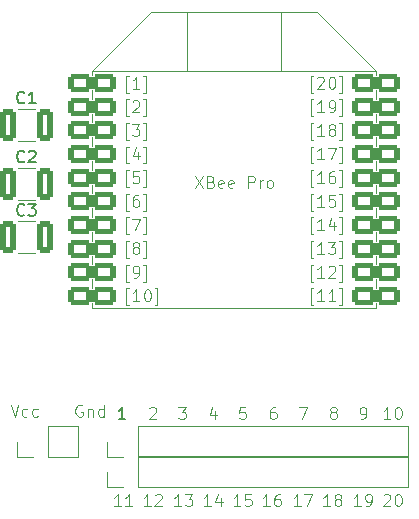
<source format=gto>
%TF.GenerationSoftware,KiCad,Pcbnew,9.0.0*%
%TF.CreationDate,2025-04-04T06:59:08-07:00*%
%TF.ProjectId,XBee Pro THT Mounting PCB,58426565-2050-4726-9f20-544854204d6f,rev?*%
%TF.SameCoordinates,Original*%
%TF.FileFunction,Legend,Top*%
%TF.FilePolarity,Positive*%
%FSLAX46Y46*%
G04 Gerber Fmt 4.6, Leading zero omitted, Abs format (unit mm)*
G04 Created by KiCad (PCBNEW 9.0.0) date 2025-04-04 06:59:08*
%MOMM*%
%LPD*%
G01*
G04 APERTURE LIST*
G04 Aperture macros list*
%AMRoundRect*
0 Rectangle with rounded corners*
0 $1 Rounding radius*
0 $2 $3 $4 $5 $6 $7 $8 $9 X,Y pos of 4 corners*
0 Add a 4 corners polygon primitive as box body*
4,1,4,$2,$3,$4,$5,$6,$7,$8,$9,$2,$3,0*
0 Add four circle primitives for the rounded corners*
1,1,$1+$1,$2,$3*
1,1,$1+$1,$4,$5*
1,1,$1+$1,$6,$7*
1,1,$1+$1,$8,$9*
0 Add four rect primitives between the rounded corners*
20,1,$1+$1,$2,$3,$4,$5,0*
20,1,$1+$1,$4,$5,$6,$7,0*
20,1,$1+$1,$6,$7,$8,$9,0*
20,1,$1+$1,$8,$9,$2,$3,0*%
G04 Aperture macros list end*
%ADD10C,0.100000*%
%ADD11C,0.150000*%
%ADD12C,0.120000*%
%ADD13C,6.000000*%
%ADD14RoundRect,0.250000X-0.412500X-1.100000X0.412500X-1.100000X0.412500X1.100000X-0.412500X1.100000X0*%
%ADD15R,1.700000X1.700000*%
%ADD16O,1.700000X1.700000*%
%ADD17RoundRect,0.225000X-0.775000X-0.525000X0.775000X-0.525000X0.775000X0.525000X-0.775000X0.525000X0*%
G04 APERTURE END LIST*
D10*
X132509523Y-97472419D02*
X131938095Y-97472419D01*
X132223809Y-97472419D02*
X132223809Y-96472419D01*
X132223809Y-96472419D02*
X132128571Y-96615276D01*
X132128571Y-96615276D02*
X132033333Y-96710514D01*
X132033333Y-96710514D02*
X131938095Y-96758133D01*
X133128571Y-96472419D02*
X133223809Y-96472419D01*
X133223809Y-96472419D02*
X133319047Y-96520038D01*
X133319047Y-96520038D02*
X133366666Y-96567657D01*
X133366666Y-96567657D02*
X133414285Y-96662895D01*
X133414285Y-96662895D02*
X133461904Y-96853371D01*
X133461904Y-96853371D02*
X133461904Y-97091466D01*
X133461904Y-97091466D02*
X133414285Y-97281942D01*
X133414285Y-97281942D02*
X133366666Y-97377180D01*
X133366666Y-97377180D02*
X133319047Y-97424800D01*
X133319047Y-97424800D02*
X133223809Y-97472419D01*
X133223809Y-97472419D02*
X133128571Y-97472419D01*
X133128571Y-97472419D02*
X133033333Y-97424800D01*
X133033333Y-97424800D02*
X132985714Y-97377180D01*
X132985714Y-97377180D02*
X132938095Y-97281942D01*
X132938095Y-97281942D02*
X132890476Y-97091466D01*
X132890476Y-97091466D02*
X132890476Y-96853371D01*
X132890476Y-96853371D02*
X132938095Y-96662895D01*
X132938095Y-96662895D02*
X132985714Y-96567657D01*
X132985714Y-96567657D02*
X133033333Y-96520038D01*
X133033333Y-96520038D02*
X133128571Y-96472419D01*
X112209523Y-104842419D02*
X111638095Y-104842419D01*
X111923809Y-104842419D02*
X111923809Y-103842419D01*
X111923809Y-103842419D02*
X111828571Y-103985276D01*
X111828571Y-103985276D02*
X111733333Y-104080514D01*
X111733333Y-104080514D02*
X111638095Y-104128133D01*
X112590476Y-103937657D02*
X112638095Y-103890038D01*
X112638095Y-103890038D02*
X112733333Y-103842419D01*
X112733333Y-103842419D02*
X112971428Y-103842419D01*
X112971428Y-103842419D02*
X113066666Y-103890038D01*
X113066666Y-103890038D02*
X113114285Y-103937657D01*
X113114285Y-103937657D02*
X113161904Y-104032895D01*
X113161904Y-104032895D02*
X113161904Y-104128133D01*
X113161904Y-104128133D02*
X113114285Y-104270990D01*
X113114285Y-104270990D02*
X112542857Y-104842419D01*
X112542857Y-104842419D02*
X113161904Y-104842419D01*
X100361027Y-96272419D02*
X100694360Y-97272419D01*
X100694360Y-97272419D02*
X101027693Y-96272419D01*
X101789598Y-97224800D02*
X101694360Y-97272419D01*
X101694360Y-97272419D02*
X101503884Y-97272419D01*
X101503884Y-97272419D02*
X101408646Y-97224800D01*
X101408646Y-97224800D02*
X101361027Y-97177180D01*
X101361027Y-97177180D02*
X101313408Y-97081942D01*
X101313408Y-97081942D02*
X101313408Y-96796228D01*
X101313408Y-96796228D02*
X101361027Y-96700990D01*
X101361027Y-96700990D02*
X101408646Y-96653371D01*
X101408646Y-96653371D02*
X101503884Y-96605752D01*
X101503884Y-96605752D02*
X101694360Y-96605752D01*
X101694360Y-96605752D02*
X101789598Y-96653371D01*
X102646741Y-97224800D02*
X102551503Y-97272419D01*
X102551503Y-97272419D02*
X102361027Y-97272419D01*
X102361027Y-97272419D02*
X102265789Y-97224800D01*
X102265789Y-97224800D02*
X102218170Y-97177180D01*
X102218170Y-97177180D02*
X102170551Y-97081942D01*
X102170551Y-97081942D02*
X102170551Y-96796228D01*
X102170551Y-96796228D02*
X102218170Y-96700990D01*
X102218170Y-96700990D02*
X102265789Y-96653371D01*
X102265789Y-96653371D02*
X102361027Y-96605752D01*
X102361027Y-96605752D02*
X102551503Y-96605752D01*
X102551503Y-96605752D02*
X102646741Y-96653371D01*
X122309523Y-104842419D02*
X121738095Y-104842419D01*
X122023809Y-104842419D02*
X122023809Y-103842419D01*
X122023809Y-103842419D02*
X121928571Y-103985276D01*
X121928571Y-103985276D02*
X121833333Y-104080514D01*
X121833333Y-104080514D02*
X121738095Y-104128133D01*
X123166666Y-103842419D02*
X122976190Y-103842419D01*
X122976190Y-103842419D02*
X122880952Y-103890038D01*
X122880952Y-103890038D02*
X122833333Y-103937657D01*
X122833333Y-103937657D02*
X122738095Y-104080514D01*
X122738095Y-104080514D02*
X122690476Y-104270990D01*
X122690476Y-104270990D02*
X122690476Y-104651942D01*
X122690476Y-104651942D02*
X122738095Y-104747180D01*
X122738095Y-104747180D02*
X122785714Y-104794800D01*
X122785714Y-104794800D02*
X122880952Y-104842419D01*
X122880952Y-104842419D02*
X123071428Y-104842419D01*
X123071428Y-104842419D02*
X123166666Y-104794800D01*
X123166666Y-104794800D02*
X123214285Y-104747180D01*
X123214285Y-104747180D02*
X123261904Y-104651942D01*
X123261904Y-104651942D02*
X123261904Y-104413847D01*
X123261904Y-104413847D02*
X123214285Y-104318609D01*
X123214285Y-104318609D02*
X123166666Y-104270990D01*
X123166666Y-104270990D02*
X123071428Y-104223371D01*
X123071428Y-104223371D02*
X122880952Y-104223371D01*
X122880952Y-104223371D02*
X122785714Y-104270990D01*
X122785714Y-104270990D02*
X122738095Y-104318609D01*
X122738095Y-104318609D02*
X122690476Y-104413847D01*
D11*
X110085714Y-97469819D02*
X109514286Y-97469819D01*
X109800000Y-97469819D02*
X109800000Y-96469819D01*
X109800000Y-96469819D02*
X109704762Y-96612676D01*
X109704762Y-96612676D02*
X109609524Y-96707914D01*
X109609524Y-96707914D02*
X109514286Y-96755533D01*
D10*
X117309523Y-104842419D02*
X116738095Y-104842419D01*
X117023809Y-104842419D02*
X117023809Y-103842419D01*
X117023809Y-103842419D02*
X116928571Y-103985276D01*
X116928571Y-103985276D02*
X116833333Y-104080514D01*
X116833333Y-104080514D02*
X116738095Y-104128133D01*
X118166666Y-104175752D02*
X118166666Y-104842419D01*
X117928571Y-103794800D02*
X117690476Y-104509085D01*
X117690476Y-104509085D02*
X118309523Y-104509085D01*
X119809523Y-104842419D02*
X119238095Y-104842419D01*
X119523809Y-104842419D02*
X119523809Y-103842419D01*
X119523809Y-103842419D02*
X119428571Y-103985276D01*
X119428571Y-103985276D02*
X119333333Y-104080514D01*
X119333333Y-104080514D02*
X119238095Y-104128133D01*
X120714285Y-103842419D02*
X120238095Y-103842419D01*
X120238095Y-103842419D02*
X120190476Y-104318609D01*
X120190476Y-104318609D02*
X120238095Y-104270990D01*
X120238095Y-104270990D02*
X120333333Y-104223371D01*
X120333333Y-104223371D02*
X120571428Y-104223371D01*
X120571428Y-104223371D02*
X120666666Y-104270990D01*
X120666666Y-104270990D02*
X120714285Y-104318609D01*
X120714285Y-104318609D02*
X120761904Y-104413847D01*
X120761904Y-104413847D02*
X120761904Y-104651942D01*
X120761904Y-104651942D02*
X120714285Y-104747180D01*
X120714285Y-104747180D02*
X120666666Y-104794800D01*
X120666666Y-104794800D02*
X120571428Y-104842419D01*
X120571428Y-104842419D02*
X120333333Y-104842419D01*
X120333333Y-104842419D02*
X120238095Y-104794800D01*
X120238095Y-104794800D02*
X120190476Y-104747180D01*
X124766667Y-96472419D02*
X125433333Y-96472419D01*
X125433333Y-96472419D02*
X125004762Y-97472419D01*
X122790476Y-96472419D02*
X122600000Y-96472419D01*
X122600000Y-96472419D02*
X122504762Y-96520038D01*
X122504762Y-96520038D02*
X122457143Y-96567657D01*
X122457143Y-96567657D02*
X122361905Y-96710514D01*
X122361905Y-96710514D02*
X122314286Y-96900990D01*
X122314286Y-96900990D02*
X122314286Y-97281942D01*
X122314286Y-97281942D02*
X122361905Y-97377180D01*
X122361905Y-97377180D02*
X122409524Y-97424800D01*
X122409524Y-97424800D02*
X122504762Y-97472419D01*
X122504762Y-97472419D02*
X122695238Y-97472419D01*
X122695238Y-97472419D02*
X122790476Y-97424800D01*
X122790476Y-97424800D02*
X122838095Y-97377180D01*
X122838095Y-97377180D02*
X122885714Y-97281942D01*
X122885714Y-97281942D02*
X122885714Y-97043847D01*
X122885714Y-97043847D02*
X122838095Y-96948609D01*
X122838095Y-96948609D02*
X122790476Y-96900990D01*
X122790476Y-96900990D02*
X122695238Y-96853371D01*
X122695238Y-96853371D02*
X122504762Y-96853371D01*
X122504762Y-96853371D02*
X122409524Y-96900990D01*
X122409524Y-96900990D02*
X122361905Y-96948609D01*
X122361905Y-96948609D02*
X122314286Y-97043847D01*
X127409523Y-104842419D02*
X126838095Y-104842419D01*
X127123809Y-104842419D02*
X127123809Y-103842419D01*
X127123809Y-103842419D02*
X127028571Y-103985276D01*
X127028571Y-103985276D02*
X126933333Y-104080514D01*
X126933333Y-104080514D02*
X126838095Y-104128133D01*
X127980952Y-104270990D02*
X127885714Y-104223371D01*
X127885714Y-104223371D02*
X127838095Y-104175752D01*
X127838095Y-104175752D02*
X127790476Y-104080514D01*
X127790476Y-104080514D02*
X127790476Y-104032895D01*
X127790476Y-104032895D02*
X127838095Y-103937657D01*
X127838095Y-103937657D02*
X127885714Y-103890038D01*
X127885714Y-103890038D02*
X127980952Y-103842419D01*
X127980952Y-103842419D02*
X128171428Y-103842419D01*
X128171428Y-103842419D02*
X128266666Y-103890038D01*
X128266666Y-103890038D02*
X128314285Y-103937657D01*
X128314285Y-103937657D02*
X128361904Y-104032895D01*
X128361904Y-104032895D02*
X128361904Y-104080514D01*
X128361904Y-104080514D02*
X128314285Y-104175752D01*
X128314285Y-104175752D02*
X128266666Y-104223371D01*
X128266666Y-104223371D02*
X128171428Y-104270990D01*
X128171428Y-104270990D02*
X127980952Y-104270990D01*
X127980952Y-104270990D02*
X127885714Y-104318609D01*
X127885714Y-104318609D02*
X127838095Y-104366228D01*
X127838095Y-104366228D02*
X127790476Y-104461466D01*
X127790476Y-104461466D02*
X127790476Y-104651942D01*
X127790476Y-104651942D02*
X127838095Y-104747180D01*
X127838095Y-104747180D02*
X127885714Y-104794800D01*
X127885714Y-104794800D02*
X127980952Y-104842419D01*
X127980952Y-104842419D02*
X128171428Y-104842419D01*
X128171428Y-104842419D02*
X128266666Y-104794800D01*
X128266666Y-104794800D02*
X128314285Y-104747180D01*
X128314285Y-104747180D02*
X128361904Y-104651942D01*
X128361904Y-104651942D02*
X128361904Y-104461466D01*
X128361904Y-104461466D02*
X128314285Y-104366228D01*
X128314285Y-104366228D02*
X128266666Y-104318609D01*
X128266666Y-104318609D02*
X128171428Y-104270990D01*
X114566667Y-96472419D02*
X115185714Y-96472419D01*
X115185714Y-96472419D02*
X114852381Y-96853371D01*
X114852381Y-96853371D02*
X114995238Y-96853371D01*
X114995238Y-96853371D02*
X115090476Y-96900990D01*
X115090476Y-96900990D02*
X115138095Y-96948609D01*
X115138095Y-96948609D02*
X115185714Y-97043847D01*
X115185714Y-97043847D02*
X115185714Y-97281942D01*
X115185714Y-97281942D02*
X115138095Y-97377180D01*
X115138095Y-97377180D02*
X115090476Y-97424800D01*
X115090476Y-97424800D02*
X114995238Y-97472419D01*
X114995238Y-97472419D02*
X114709524Y-97472419D01*
X114709524Y-97472419D02*
X114614286Y-97424800D01*
X114614286Y-97424800D02*
X114566667Y-97377180D01*
X117690476Y-96805752D02*
X117690476Y-97472419D01*
X117452381Y-96424800D02*
X117214286Y-97139085D01*
X117214286Y-97139085D02*
X117833333Y-97139085D01*
X106427693Y-96320038D02*
X106332455Y-96272419D01*
X106332455Y-96272419D02*
X106189598Y-96272419D01*
X106189598Y-96272419D02*
X106046741Y-96320038D01*
X106046741Y-96320038D02*
X105951503Y-96415276D01*
X105951503Y-96415276D02*
X105903884Y-96510514D01*
X105903884Y-96510514D02*
X105856265Y-96700990D01*
X105856265Y-96700990D02*
X105856265Y-96843847D01*
X105856265Y-96843847D02*
X105903884Y-97034323D01*
X105903884Y-97034323D02*
X105951503Y-97129561D01*
X105951503Y-97129561D02*
X106046741Y-97224800D01*
X106046741Y-97224800D02*
X106189598Y-97272419D01*
X106189598Y-97272419D02*
X106284836Y-97272419D01*
X106284836Y-97272419D02*
X106427693Y-97224800D01*
X106427693Y-97224800D02*
X106475312Y-97177180D01*
X106475312Y-97177180D02*
X106475312Y-96843847D01*
X106475312Y-96843847D02*
X106284836Y-96843847D01*
X106903884Y-96605752D02*
X106903884Y-97272419D01*
X106903884Y-96700990D02*
X106951503Y-96653371D01*
X106951503Y-96653371D02*
X107046741Y-96605752D01*
X107046741Y-96605752D02*
X107189598Y-96605752D01*
X107189598Y-96605752D02*
X107284836Y-96653371D01*
X107284836Y-96653371D02*
X107332455Y-96748609D01*
X107332455Y-96748609D02*
X107332455Y-97272419D01*
X108237217Y-97272419D02*
X108237217Y-96272419D01*
X108237217Y-97224800D02*
X108141979Y-97272419D01*
X108141979Y-97272419D02*
X107951503Y-97272419D01*
X107951503Y-97272419D02*
X107856265Y-97224800D01*
X107856265Y-97224800D02*
X107808646Y-97177180D01*
X107808646Y-97177180D02*
X107761027Y-97081942D01*
X107761027Y-97081942D02*
X107761027Y-96796228D01*
X107761027Y-96796228D02*
X107808646Y-96700990D01*
X107808646Y-96700990D02*
X107856265Y-96653371D01*
X107856265Y-96653371D02*
X107951503Y-96605752D01*
X107951503Y-96605752D02*
X108141979Y-96605752D01*
X108141979Y-96605752D02*
X108237217Y-96653371D01*
X114809523Y-104842419D02*
X114238095Y-104842419D01*
X114523809Y-104842419D02*
X114523809Y-103842419D01*
X114523809Y-103842419D02*
X114428571Y-103985276D01*
X114428571Y-103985276D02*
X114333333Y-104080514D01*
X114333333Y-104080514D02*
X114238095Y-104128133D01*
X115142857Y-103842419D02*
X115761904Y-103842419D01*
X115761904Y-103842419D02*
X115428571Y-104223371D01*
X115428571Y-104223371D02*
X115571428Y-104223371D01*
X115571428Y-104223371D02*
X115666666Y-104270990D01*
X115666666Y-104270990D02*
X115714285Y-104318609D01*
X115714285Y-104318609D02*
X115761904Y-104413847D01*
X115761904Y-104413847D02*
X115761904Y-104651942D01*
X115761904Y-104651942D02*
X115714285Y-104747180D01*
X115714285Y-104747180D02*
X115666666Y-104794800D01*
X115666666Y-104794800D02*
X115571428Y-104842419D01*
X115571428Y-104842419D02*
X115285714Y-104842419D01*
X115285714Y-104842419D02*
X115190476Y-104794800D01*
X115190476Y-104794800D02*
X115142857Y-104747180D01*
X130009523Y-104842419D02*
X129438095Y-104842419D01*
X129723809Y-104842419D02*
X129723809Y-103842419D01*
X129723809Y-103842419D02*
X129628571Y-103985276D01*
X129628571Y-103985276D02*
X129533333Y-104080514D01*
X129533333Y-104080514D02*
X129438095Y-104128133D01*
X130485714Y-104842419D02*
X130676190Y-104842419D01*
X130676190Y-104842419D02*
X130771428Y-104794800D01*
X130771428Y-104794800D02*
X130819047Y-104747180D01*
X130819047Y-104747180D02*
X130914285Y-104604323D01*
X130914285Y-104604323D02*
X130961904Y-104413847D01*
X130961904Y-104413847D02*
X130961904Y-104032895D01*
X130961904Y-104032895D02*
X130914285Y-103937657D01*
X130914285Y-103937657D02*
X130866666Y-103890038D01*
X130866666Y-103890038D02*
X130771428Y-103842419D01*
X130771428Y-103842419D02*
X130580952Y-103842419D01*
X130580952Y-103842419D02*
X130485714Y-103890038D01*
X130485714Y-103890038D02*
X130438095Y-103937657D01*
X130438095Y-103937657D02*
X130390476Y-104032895D01*
X130390476Y-104032895D02*
X130390476Y-104270990D01*
X130390476Y-104270990D02*
X130438095Y-104366228D01*
X130438095Y-104366228D02*
X130485714Y-104413847D01*
X130485714Y-104413847D02*
X130580952Y-104461466D01*
X130580952Y-104461466D02*
X130771428Y-104461466D01*
X130771428Y-104461466D02*
X130866666Y-104413847D01*
X130866666Y-104413847D02*
X130914285Y-104366228D01*
X130914285Y-104366228D02*
X130961904Y-104270990D01*
X127604762Y-96900990D02*
X127509524Y-96853371D01*
X127509524Y-96853371D02*
X127461905Y-96805752D01*
X127461905Y-96805752D02*
X127414286Y-96710514D01*
X127414286Y-96710514D02*
X127414286Y-96662895D01*
X127414286Y-96662895D02*
X127461905Y-96567657D01*
X127461905Y-96567657D02*
X127509524Y-96520038D01*
X127509524Y-96520038D02*
X127604762Y-96472419D01*
X127604762Y-96472419D02*
X127795238Y-96472419D01*
X127795238Y-96472419D02*
X127890476Y-96520038D01*
X127890476Y-96520038D02*
X127938095Y-96567657D01*
X127938095Y-96567657D02*
X127985714Y-96662895D01*
X127985714Y-96662895D02*
X127985714Y-96710514D01*
X127985714Y-96710514D02*
X127938095Y-96805752D01*
X127938095Y-96805752D02*
X127890476Y-96853371D01*
X127890476Y-96853371D02*
X127795238Y-96900990D01*
X127795238Y-96900990D02*
X127604762Y-96900990D01*
X127604762Y-96900990D02*
X127509524Y-96948609D01*
X127509524Y-96948609D02*
X127461905Y-96996228D01*
X127461905Y-96996228D02*
X127414286Y-97091466D01*
X127414286Y-97091466D02*
X127414286Y-97281942D01*
X127414286Y-97281942D02*
X127461905Y-97377180D01*
X127461905Y-97377180D02*
X127509524Y-97424800D01*
X127509524Y-97424800D02*
X127604762Y-97472419D01*
X127604762Y-97472419D02*
X127795238Y-97472419D01*
X127795238Y-97472419D02*
X127890476Y-97424800D01*
X127890476Y-97424800D02*
X127938095Y-97377180D01*
X127938095Y-97377180D02*
X127985714Y-97281942D01*
X127985714Y-97281942D02*
X127985714Y-97091466D01*
X127985714Y-97091466D02*
X127938095Y-96996228D01*
X127938095Y-96996228D02*
X127890476Y-96948609D01*
X127890476Y-96948609D02*
X127795238Y-96900990D01*
X131938095Y-103937657D02*
X131985714Y-103890038D01*
X131985714Y-103890038D02*
X132080952Y-103842419D01*
X132080952Y-103842419D02*
X132319047Y-103842419D01*
X132319047Y-103842419D02*
X132414285Y-103890038D01*
X132414285Y-103890038D02*
X132461904Y-103937657D01*
X132461904Y-103937657D02*
X132509523Y-104032895D01*
X132509523Y-104032895D02*
X132509523Y-104128133D01*
X132509523Y-104128133D02*
X132461904Y-104270990D01*
X132461904Y-104270990D02*
X131890476Y-104842419D01*
X131890476Y-104842419D02*
X132509523Y-104842419D01*
X133128571Y-103842419D02*
X133223809Y-103842419D01*
X133223809Y-103842419D02*
X133319047Y-103890038D01*
X133319047Y-103890038D02*
X133366666Y-103937657D01*
X133366666Y-103937657D02*
X133414285Y-104032895D01*
X133414285Y-104032895D02*
X133461904Y-104223371D01*
X133461904Y-104223371D02*
X133461904Y-104461466D01*
X133461904Y-104461466D02*
X133414285Y-104651942D01*
X133414285Y-104651942D02*
X133366666Y-104747180D01*
X133366666Y-104747180D02*
X133319047Y-104794800D01*
X133319047Y-104794800D02*
X133223809Y-104842419D01*
X133223809Y-104842419D02*
X133128571Y-104842419D01*
X133128571Y-104842419D02*
X133033333Y-104794800D01*
X133033333Y-104794800D02*
X132985714Y-104747180D01*
X132985714Y-104747180D02*
X132938095Y-104651942D01*
X132938095Y-104651942D02*
X132890476Y-104461466D01*
X132890476Y-104461466D02*
X132890476Y-104223371D01*
X132890476Y-104223371D02*
X132938095Y-104032895D01*
X132938095Y-104032895D02*
X132985714Y-103937657D01*
X132985714Y-103937657D02*
X133033333Y-103890038D01*
X133033333Y-103890038D02*
X133128571Y-103842419D01*
X112114286Y-96567657D02*
X112161905Y-96520038D01*
X112161905Y-96520038D02*
X112257143Y-96472419D01*
X112257143Y-96472419D02*
X112495238Y-96472419D01*
X112495238Y-96472419D02*
X112590476Y-96520038D01*
X112590476Y-96520038D02*
X112638095Y-96567657D01*
X112638095Y-96567657D02*
X112685714Y-96662895D01*
X112685714Y-96662895D02*
X112685714Y-96758133D01*
X112685714Y-96758133D02*
X112638095Y-96900990D01*
X112638095Y-96900990D02*
X112066667Y-97472419D01*
X112066667Y-97472419D02*
X112685714Y-97472419D01*
X124909523Y-104842419D02*
X124338095Y-104842419D01*
X124623809Y-104842419D02*
X124623809Y-103842419D01*
X124623809Y-103842419D02*
X124528571Y-103985276D01*
X124528571Y-103985276D02*
X124433333Y-104080514D01*
X124433333Y-104080514D02*
X124338095Y-104128133D01*
X125242857Y-103842419D02*
X125909523Y-103842419D01*
X125909523Y-103842419D02*
X125480952Y-104842419D01*
X120238095Y-96472419D02*
X119761905Y-96472419D01*
X119761905Y-96472419D02*
X119714286Y-96948609D01*
X119714286Y-96948609D02*
X119761905Y-96900990D01*
X119761905Y-96900990D02*
X119857143Y-96853371D01*
X119857143Y-96853371D02*
X120095238Y-96853371D01*
X120095238Y-96853371D02*
X120190476Y-96900990D01*
X120190476Y-96900990D02*
X120238095Y-96948609D01*
X120238095Y-96948609D02*
X120285714Y-97043847D01*
X120285714Y-97043847D02*
X120285714Y-97281942D01*
X120285714Y-97281942D02*
X120238095Y-97377180D01*
X120238095Y-97377180D02*
X120190476Y-97424800D01*
X120190476Y-97424800D02*
X120095238Y-97472419D01*
X120095238Y-97472419D02*
X119857143Y-97472419D01*
X119857143Y-97472419D02*
X119761905Y-97424800D01*
X119761905Y-97424800D02*
X119714286Y-97377180D01*
X109709523Y-104842419D02*
X109138095Y-104842419D01*
X109423809Y-104842419D02*
X109423809Y-103842419D01*
X109423809Y-103842419D02*
X109328571Y-103985276D01*
X109328571Y-103985276D02*
X109233333Y-104080514D01*
X109233333Y-104080514D02*
X109138095Y-104128133D01*
X110661904Y-104842419D02*
X110090476Y-104842419D01*
X110376190Y-104842419D02*
X110376190Y-103842419D01*
X110376190Y-103842419D02*
X110280952Y-103985276D01*
X110280952Y-103985276D02*
X110185714Y-104080514D01*
X110185714Y-104080514D02*
X110090476Y-104128133D01*
X130009524Y-97472419D02*
X130200000Y-97472419D01*
X130200000Y-97472419D02*
X130295238Y-97424800D01*
X130295238Y-97424800D02*
X130342857Y-97377180D01*
X130342857Y-97377180D02*
X130438095Y-97234323D01*
X130438095Y-97234323D02*
X130485714Y-97043847D01*
X130485714Y-97043847D02*
X130485714Y-96662895D01*
X130485714Y-96662895D02*
X130438095Y-96567657D01*
X130438095Y-96567657D02*
X130390476Y-96520038D01*
X130390476Y-96520038D02*
X130295238Y-96472419D01*
X130295238Y-96472419D02*
X130104762Y-96472419D01*
X130104762Y-96472419D02*
X130009524Y-96520038D01*
X130009524Y-96520038D02*
X129961905Y-96567657D01*
X129961905Y-96567657D02*
X129914286Y-96662895D01*
X129914286Y-96662895D02*
X129914286Y-96900990D01*
X129914286Y-96900990D02*
X129961905Y-96996228D01*
X129961905Y-96996228D02*
X130009524Y-97043847D01*
X130009524Y-97043847D02*
X130104762Y-97091466D01*
X130104762Y-97091466D02*
X130295238Y-97091466D01*
X130295238Y-97091466D02*
X130390476Y-97043847D01*
X130390476Y-97043847D02*
X130438095Y-96996228D01*
X130438095Y-96996228D02*
X130485714Y-96900990D01*
D11*
X101533333Y-70659580D02*
X101485714Y-70707200D01*
X101485714Y-70707200D02*
X101342857Y-70754819D01*
X101342857Y-70754819D02*
X101247619Y-70754819D01*
X101247619Y-70754819D02*
X101104762Y-70707200D01*
X101104762Y-70707200D02*
X101009524Y-70611961D01*
X101009524Y-70611961D02*
X100961905Y-70516723D01*
X100961905Y-70516723D02*
X100914286Y-70326247D01*
X100914286Y-70326247D02*
X100914286Y-70183390D01*
X100914286Y-70183390D02*
X100961905Y-69992914D01*
X100961905Y-69992914D02*
X101009524Y-69897676D01*
X101009524Y-69897676D02*
X101104762Y-69802438D01*
X101104762Y-69802438D02*
X101247619Y-69754819D01*
X101247619Y-69754819D02*
X101342857Y-69754819D01*
X101342857Y-69754819D02*
X101485714Y-69802438D01*
X101485714Y-69802438D02*
X101533333Y-69850057D01*
X102485714Y-70754819D02*
X101914286Y-70754819D01*
X102200000Y-70754819D02*
X102200000Y-69754819D01*
X102200000Y-69754819D02*
X102104762Y-69897676D01*
X102104762Y-69897676D02*
X102009524Y-69992914D01*
X102009524Y-69992914D02*
X101914286Y-70040533D01*
X101533333Y-75659580D02*
X101485714Y-75707200D01*
X101485714Y-75707200D02*
X101342857Y-75754819D01*
X101342857Y-75754819D02*
X101247619Y-75754819D01*
X101247619Y-75754819D02*
X101104762Y-75707200D01*
X101104762Y-75707200D02*
X101009524Y-75611961D01*
X101009524Y-75611961D02*
X100961905Y-75516723D01*
X100961905Y-75516723D02*
X100914286Y-75326247D01*
X100914286Y-75326247D02*
X100914286Y-75183390D01*
X100914286Y-75183390D02*
X100961905Y-74992914D01*
X100961905Y-74992914D02*
X101009524Y-74897676D01*
X101009524Y-74897676D02*
X101104762Y-74802438D01*
X101104762Y-74802438D02*
X101247619Y-74754819D01*
X101247619Y-74754819D02*
X101342857Y-74754819D01*
X101342857Y-74754819D02*
X101485714Y-74802438D01*
X101485714Y-74802438D02*
X101533333Y-74850057D01*
X101914286Y-74850057D02*
X101961905Y-74802438D01*
X101961905Y-74802438D02*
X102057143Y-74754819D01*
X102057143Y-74754819D02*
X102295238Y-74754819D01*
X102295238Y-74754819D02*
X102390476Y-74802438D01*
X102390476Y-74802438D02*
X102438095Y-74850057D01*
X102438095Y-74850057D02*
X102485714Y-74945295D01*
X102485714Y-74945295D02*
X102485714Y-75040533D01*
X102485714Y-75040533D02*
X102438095Y-75183390D01*
X102438095Y-75183390D02*
X101866667Y-75754819D01*
X101866667Y-75754819D02*
X102485714Y-75754819D01*
D10*
X125997424Y-85835752D02*
X125759329Y-85835752D01*
X125759329Y-85835752D02*
X125759329Y-84407180D01*
X125759329Y-84407180D02*
X125997424Y-84407180D01*
X126902186Y-85502419D02*
X126330758Y-85502419D01*
X126616472Y-85502419D02*
X126616472Y-84502419D01*
X126616472Y-84502419D02*
X126521234Y-84645276D01*
X126521234Y-84645276D02*
X126425996Y-84740514D01*
X126425996Y-84740514D02*
X126330758Y-84788133D01*
X127283139Y-84597657D02*
X127330758Y-84550038D01*
X127330758Y-84550038D02*
X127425996Y-84502419D01*
X127425996Y-84502419D02*
X127664091Y-84502419D01*
X127664091Y-84502419D02*
X127759329Y-84550038D01*
X127759329Y-84550038D02*
X127806948Y-84597657D01*
X127806948Y-84597657D02*
X127854567Y-84692895D01*
X127854567Y-84692895D02*
X127854567Y-84788133D01*
X127854567Y-84788133D02*
X127806948Y-84930990D01*
X127806948Y-84930990D02*
X127235520Y-85502419D01*
X127235520Y-85502419D02*
X127854567Y-85502419D01*
X128187901Y-85835752D02*
X128425996Y-85835752D01*
X128425996Y-85835752D02*
X128425996Y-84407180D01*
X128425996Y-84407180D02*
X128187901Y-84407180D01*
X110367098Y-83835752D02*
X110129003Y-83835752D01*
X110129003Y-83835752D02*
X110129003Y-82407180D01*
X110129003Y-82407180D02*
X110367098Y-82407180D01*
X110890908Y-82930990D02*
X110795670Y-82883371D01*
X110795670Y-82883371D02*
X110748051Y-82835752D01*
X110748051Y-82835752D02*
X110700432Y-82740514D01*
X110700432Y-82740514D02*
X110700432Y-82692895D01*
X110700432Y-82692895D02*
X110748051Y-82597657D01*
X110748051Y-82597657D02*
X110795670Y-82550038D01*
X110795670Y-82550038D02*
X110890908Y-82502419D01*
X110890908Y-82502419D02*
X111081384Y-82502419D01*
X111081384Y-82502419D02*
X111176622Y-82550038D01*
X111176622Y-82550038D02*
X111224241Y-82597657D01*
X111224241Y-82597657D02*
X111271860Y-82692895D01*
X111271860Y-82692895D02*
X111271860Y-82740514D01*
X111271860Y-82740514D02*
X111224241Y-82835752D01*
X111224241Y-82835752D02*
X111176622Y-82883371D01*
X111176622Y-82883371D02*
X111081384Y-82930990D01*
X111081384Y-82930990D02*
X110890908Y-82930990D01*
X110890908Y-82930990D02*
X110795670Y-82978609D01*
X110795670Y-82978609D02*
X110748051Y-83026228D01*
X110748051Y-83026228D02*
X110700432Y-83121466D01*
X110700432Y-83121466D02*
X110700432Y-83311942D01*
X110700432Y-83311942D02*
X110748051Y-83407180D01*
X110748051Y-83407180D02*
X110795670Y-83454800D01*
X110795670Y-83454800D02*
X110890908Y-83502419D01*
X110890908Y-83502419D02*
X111081384Y-83502419D01*
X111081384Y-83502419D02*
X111176622Y-83454800D01*
X111176622Y-83454800D02*
X111224241Y-83407180D01*
X111224241Y-83407180D02*
X111271860Y-83311942D01*
X111271860Y-83311942D02*
X111271860Y-83121466D01*
X111271860Y-83121466D02*
X111224241Y-83026228D01*
X111224241Y-83026228D02*
X111176622Y-82978609D01*
X111176622Y-82978609D02*
X111081384Y-82930990D01*
X111605194Y-83835752D02*
X111843289Y-83835752D01*
X111843289Y-83835752D02*
X111843289Y-82407180D01*
X111843289Y-82407180D02*
X111605194Y-82407180D01*
X110367098Y-79835752D02*
X110129003Y-79835752D01*
X110129003Y-79835752D02*
X110129003Y-78407180D01*
X110129003Y-78407180D02*
X110367098Y-78407180D01*
X111176622Y-78502419D02*
X110986146Y-78502419D01*
X110986146Y-78502419D02*
X110890908Y-78550038D01*
X110890908Y-78550038D02*
X110843289Y-78597657D01*
X110843289Y-78597657D02*
X110748051Y-78740514D01*
X110748051Y-78740514D02*
X110700432Y-78930990D01*
X110700432Y-78930990D02*
X110700432Y-79311942D01*
X110700432Y-79311942D02*
X110748051Y-79407180D01*
X110748051Y-79407180D02*
X110795670Y-79454800D01*
X110795670Y-79454800D02*
X110890908Y-79502419D01*
X110890908Y-79502419D02*
X111081384Y-79502419D01*
X111081384Y-79502419D02*
X111176622Y-79454800D01*
X111176622Y-79454800D02*
X111224241Y-79407180D01*
X111224241Y-79407180D02*
X111271860Y-79311942D01*
X111271860Y-79311942D02*
X111271860Y-79073847D01*
X111271860Y-79073847D02*
X111224241Y-78978609D01*
X111224241Y-78978609D02*
X111176622Y-78930990D01*
X111176622Y-78930990D02*
X111081384Y-78883371D01*
X111081384Y-78883371D02*
X110890908Y-78883371D01*
X110890908Y-78883371D02*
X110795670Y-78930990D01*
X110795670Y-78930990D02*
X110748051Y-78978609D01*
X110748051Y-78978609D02*
X110700432Y-79073847D01*
X111605194Y-79835752D02*
X111843289Y-79835752D01*
X111843289Y-79835752D02*
X111843289Y-78407180D01*
X111843289Y-78407180D02*
X111605194Y-78407180D01*
X125997424Y-87835752D02*
X125759329Y-87835752D01*
X125759329Y-87835752D02*
X125759329Y-86407180D01*
X125759329Y-86407180D02*
X125997424Y-86407180D01*
X126902186Y-87502419D02*
X126330758Y-87502419D01*
X126616472Y-87502419D02*
X126616472Y-86502419D01*
X126616472Y-86502419D02*
X126521234Y-86645276D01*
X126521234Y-86645276D02*
X126425996Y-86740514D01*
X126425996Y-86740514D02*
X126330758Y-86788133D01*
X127854567Y-87502419D02*
X127283139Y-87502419D01*
X127568853Y-87502419D02*
X127568853Y-86502419D01*
X127568853Y-86502419D02*
X127473615Y-86645276D01*
X127473615Y-86645276D02*
X127378377Y-86740514D01*
X127378377Y-86740514D02*
X127283139Y-86788133D01*
X128187901Y-87835752D02*
X128425996Y-87835752D01*
X128425996Y-87835752D02*
X128425996Y-86407180D01*
X128425996Y-86407180D02*
X128187901Y-86407180D01*
X110367098Y-73835752D02*
X110129003Y-73835752D01*
X110129003Y-73835752D02*
X110129003Y-72407180D01*
X110129003Y-72407180D02*
X110367098Y-72407180D01*
X110652813Y-72502419D02*
X111271860Y-72502419D01*
X111271860Y-72502419D02*
X110938527Y-72883371D01*
X110938527Y-72883371D02*
X111081384Y-72883371D01*
X111081384Y-72883371D02*
X111176622Y-72930990D01*
X111176622Y-72930990D02*
X111224241Y-72978609D01*
X111224241Y-72978609D02*
X111271860Y-73073847D01*
X111271860Y-73073847D02*
X111271860Y-73311942D01*
X111271860Y-73311942D02*
X111224241Y-73407180D01*
X111224241Y-73407180D02*
X111176622Y-73454800D01*
X111176622Y-73454800D02*
X111081384Y-73502419D01*
X111081384Y-73502419D02*
X110795670Y-73502419D01*
X110795670Y-73502419D02*
X110700432Y-73454800D01*
X110700432Y-73454800D02*
X110652813Y-73407180D01*
X111605194Y-73835752D02*
X111843289Y-73835752D01*
X111843289Y-73835752D02*
X111843289Y-72407180D01*
X111843289Y-72407180D02*
X111605194Y-72407180D01*
X110367098Y-85835752D02*
X110129003Y-85835752D01*
X110129003Y-85835752D02*
X110129003Y-84407180D01*
X110129003Y-84407180D02*
X110367098Y-84407180D01*
X110795670Y-85502419D02*
X110986146Y-85502419D01*
X110986146Y-85502419D02*
X111081384Y-85454800D01*
X111081384Y-85454800D02*
X111129003Y-85407180D01*
X111129003Y-85407180D02*
X111224241Y-85264323D01*
X111224241Y-85264323D02*
X111271860Y-85073847D01*
X111271860Y-85073847D02*
X111271860Y-84692895D01*
X111271860Y-84692895D02*
X111224241Y-84597657D01*
X111224241Y-84597657D02*
X111176622Y-84550038D01*
X111176622Y-84550038D02*
X111081384Y-84502419D01*
X111081384Y-84502419D02*
X110890908Y-84502419D01*
X110890908Y-84502419D02*
X110795670Y-84550038D01*
X110795670Y-84550038D02*
X110748051Y-84597657D01*
X110748051Y-84597657D02*
X110700432Y-84692895D01*
X110700432Y-84692895D02*
X110700432Y-84930990D01*
X110700432Y-84930990D02*
X110748051Y-85026228D01*
X110748051Y-85026228D02*
X110795670Y-85073847D01*
X110795670Y-85073847D02*
X110890908Y-85121466D01*
X110890908Y-85121466D02*
X111081384Y-85121466D01*
X111081384Y-85121466D02*
X111176622Y-85073847D01*
X111176622Y-85073847D02*
X111224241Y-85026228D01*
X111224241Y-85026228D02*
X111271860Y-84930990D01*
X111605194Y-85835752D02*
X111843289Y-85835752D01*
X111843289Y-85835752D02*
X111843289Y-84407180D01*
X111843289Y-84407180D02*
X111605194Y-84407180D01*
X125997424Y-81835752D02*
X125759329Y-81835752D01*
X125759329Y-81835752D02*
X125759329Y-80407180D01*
X125759329Y-80407180D02*
X125997424Y-80407180D01*
X126902186Y-81502419D02*
X126330758Y-81502419D01*
X126616472Y-81502419D02*
X126616472Y-80502419D01*
X126616472Y-80502419D02*
X126521234Y-80645276D01*
X126521234Y-80645276D02*
X126425996Y-80740514D01*
X126425996Y-80740514D02*
X126330758Y-80788133D01*
X127759329Y-80835752D02*
X127759329Y-81502419D01*
X127521234Y-80454800D02*
X127283139Y-81169085D01*
X127283139Y-81169085D02*
X127902186Y-81169085D01*
X128187901Y-81835752D02*
X128425996Y-81835752D01*
X128425996Y-81835752D02*
X128425996Y-80407180D01*
X128425996Y-80407180D02*
X128187901Y-80407180D01*
X110367098Y-87835752D02*
X110129003Y-87835752D01*
X110129003Y-87835752D02*
X110129003Y-86407180D01*
X110129003Y-86407180D02*
X110367098Y-86407180D01*
X111271860Y-87502419D02*
X110700432Y-87502419D01*
X110986146Y-87502419D02*
X110986146Y-86502419D01*
X110986146Y-86502419D02*
X110890908Y-86645276D01*
X110890908Y-86645276D02*
X110795670Y-86740514D01*
X110795670Y-86740514D02*
X110700432Y-86788133D01*
X111890908Y-86502419D02*
X111986146Y-86502419D01*
X111986146Y-86502419D02*
X112081384Y-86550038D01*
X112081384Y-86550038D02*
X112129003Y-86597657D01*
X112129003Y-86597657D02*
X112176622Y-86692895D01*
X112176622Y-86692895D02*
X112224241Y-86883371D01*
X112224241Y-86883371D02*
X112224241Y-87121466D01*
X112224241Y-87121466D02*
X112176622Y-87311942D01*
X112176622Y-87311942D02*
X112129003Y-87407180D01*
X112129003Y-87407180D02*
X112081384Y-87454800D01*
X112081384Y-87454800D02*
X111986146Y-87502419D01*
X111986146Y-87502419D02*
X111890908Y-87502419D01*
X111890908Y-87502419D02*
X111795670Y-87454800D01*
X111795670Y-87454800D02*
X111748051Y-87407180D01*
X111748051Y-87407180D02*
X111700432Y-87311942D01*
X111700432Y-87311942D02*
X111652813Y-87121466D01*
X111652813Y-87121466D02*
X111652813Y-86883371D01*
X111652813Y-86883371D02*
X111700432Y-86692895D01*
X111700432Y-86692895D02*
X111748051Y-86597657D01*
X111748051Y-86597657D02*
X111795670Y-86550038D01*
X111795670Y-86550038D02*
X111890908Y-86502419D01*
X112557575Y-87835752D02*
X112795670Y-87835752D01*
X112795670Y-87835752D02*
X112795670Y-86407180D01*
X112795670Y-86407180D02*
X112557575Y-86407180D01*
X110367098Y-69835752D02*
X110129003Y-69835752D01*
X110129003Y-69835752D02*
X110129003Y-68407180D01*
X110129003Y-68407180D02*
X110367098Y-68407180D01*
X111271860Y-69502419D02*
X110700432Y-69502419D01*
X110986146Y-69502419D02*
X110986146Y-68502419D01*
X110986146Y-68502419D02*
X110890908Y-68645276D01*
X110890908Y-68645276D02*
X110795670Y-68740514D01*
X110795670Y-68740514D02*
X110700432Y-68788133D01*
X111605194Y-69835752D02*
X111843289Y-69835752D01*
X111843289Y-69835752D02*
X111843289Y-68407180D01*
X111843289Y-68407180D02*
X111605194Y-68407180D01*
X125997424Y-73835752D02*
X125759329Y-73835752D01*
X125759329Y-73835752D02*
X125759329Y-72407180D01*
X125759329Y-72407180D02*
X125997424Y-72407180D01*
X126902186Y-73502419D02*
X126330758Y-73502419D01*
X126616472Y-73502419D02*
X126616472Y-72502419D01*
X126616472Y-72502419D02*
X126521234Y-72645276D01*
X126521234Y-72645276D02*
X126425996Y-72740514D01*
X126425996Y-72740514D02*
X126330758Y-72788133D01*
X127473615Y-72930990D02*
X127378377Y-72883371D01*
X127378377Y-72883371D02*
X127330758Y-72835752D01*
X127330758Y-72835752D02*
X127283139Y-72740514D01*
X127283139Y-72740514D02*
X127283139Y-72692895D01*
X127283139Y-72692895D02*
X127330758Y-72597657D01*
X127330758Y-72597657D02*
X127378377Y-72550038D01*
X127378377Y-72550038D02*
X127473615Y-72502419D01*
X127473615Y-72502419D02*
X127664091Y-72502419D01*
X127664091Y-72502419D02*
X127759329Y-72550038D01*
X127759329Y-72550038D02*
X127806948Y-72597657D01*
X127806948Y-72597657D02*
X127854567Y-72692895D01*
X127854567Y-72692895D02*
X127854567Y-72740514D01*
X127854567Y-72740514D02*
X127806948Y-72835752D01*
X127806948Y-72835752D02*
X127759329Y-72883371D01*
X127759329Y-72883371D02*
X127664091Y-72930990D01*
X127664091Y-72930990D02*
X127473615Y-72930990D01*
X127473615Y-72930990D02*
X127378377Y-72978609D01*
X127378377Y-72978609D02*
X127330758Y-73026228D01*
X127330758Y-73026228D02*
X127283139Y-73121466D01*
X127283139Y-73121466D02*
X127283139Y-73311942D01*
X127283139Y-73311942D02*
X127330758Y-73407180D01*
X127330758Y-73407180D02*
X127378377Y-73454800D01*
X127378377Y-73454800D02*
X127473615Y-73502419D01*
X127473615Y-73502419D02*
X127664091Y-73502419D01*
X127664091Y-73502419D02*
X127759329Y-73454800D01*
X127759329Y-73454800D02*
X127806948Y-73407180D01*
X127806948Y-73407180D02*
X127854567Y-73311942D01*
X127854567Y-73311942D02*
X127854567Y-73121466D01*
X127854567Y-73121466D02*
X127806948Y-73026228D01*
X127806948Y-73026228D02*
X127759329Y-72978609D01*
X127759329Y-72978609D02*
X127664091Y-72930990D01*
X128187901Y-73835752D02*
X128425996Y-73835752D01*
X128425996Y-73835752D02*
X128425996Y-72407180D01*
X128425996Y-72407180D02*
X128187901Y-72407180D01*
X125997424Y-75835752D02*
X125759329Y-75835752D01*
X125759329Y-75835752D02*
X125759329Y-74407180D01*
X125759329Y-74407180D02*
X125997424Y-74407180D01*
X126902186Y-75502419D02*
X126330758Y-75502419D01*
X126616472Y-75502419D02*
X126616472Y-74502419D01*
X126616472Y-74502419D02*
X126521234Y-74645276D01*
X126521234Y-74645276D02*
X126425996Y-74740514D01*
X126425996Y-74740514D02*
X126330758Y-74788133D01*
X127235520Y-74502419D02*
X127902186Y-74502419D01*
X127902186Y-74502419D02*
X127473615Y-75502419D01*
X128187901Y-75835752D02*
X128425996Y-75835752D01*
X128425996Y-75835752D02*
X128425996Y-74407180D01*
X128425996Y-74407180D02*
X128187901Y-74407180D01*
X110367098Y-75835752D02*
X110129003Y-75835752D01*
X110129003Y-75835752D02*
X110129003Y-74407180D01*
X110129003Y-74407180D02*
X110367098Y-74407180D01*
X111176622Y-74835752D02*
X111176622Y-75502419D01*
X110938527Y-74454800D02*
X110700432Y-75169085D01*
X110700432Y-75169085D02*
X111319479Y-75169085D01*
X111605194Y-75835752D02*
X111843289Y-75835752D01*
X111843289Y-75835752D02*
X111843289Y-74407180D01*
X111843289Y-74407180D02*
X111605194Y-74407180D01*
X110367098Y-71835752D02*
X110129003Y-71835752D01*
X110129003Y-71835752D02*
X110129003Y-70407180D01*
X110129003Y-70407180D02*
X110367098Y-70407180D01*
X110700432Y-70597657D02*
X110748051Y-70550038D01*
X110748051Y-70550038D02*
X110843289Y-70502419D01*
X110843289Y-70502419D02*
X111081384Y-70502419D01*
X111081384Y-70502419D02*
X111176622Y-70550038D01*
X111176622Y-70550038D02*
X111224241Y-70597657D01*
X111224241Y-70597657D02*
X111271860Y-70692895D01*
X111271860Y-70692895D02*
X111271860Y-70788133D01*
X111271860Y-70788133D02*
X111224241Y-70930990D01*
X111224241Y-70930990D02*
X110652813Y-71502419D01*
X110652813Y-71502419D02*
X111271860Y-71502419D01*
X111605194Y-71835752D02*
X111843289Y-71835752D01*
X111843289Y-71835752D02*
X111843289Y-70407180D01*
X111843289Y-70407180D02*
X111605194Y-70407180D01*
X125997424Y-83835752D02*
X125759329Y-83835752D01*
X125759329Y-83835752D02*
X125759329Y-82407180D01*
X125759329Y-82407180D02*
X125997424Y-82407180D01*
X126902186Y-83502419D02*
X126330758Y-83502419D01*
X126616472Y-83502419D02*
X126616472Y-82502419D01*
X126616472Y-82502419D02*
X126521234Y-82645276D01*
X126521234Y-82645276D02*
X126425996Y-82740514D01*
X126425996Y-82740514D02*
X126330758Y-82788133D01*
X127235520Y-82502419D02*
X127854567Y-82502419D01*
X127854567Y-82502419D02*
X127521234Y-82883371D01*
X127521234Y-82883371D02*
X127664091Y-82883371D01*
X127664091Y-82883371D02*
X127759329Y-82930990D01*
X127759329Y-82930990D02*
X127806948Y-82978609D01*
X127806948Y-82978609D02*
X127854567Y-83073847D01*
X127854567Y-83073847D02*
X127854567Y-83311942D01*
X127854567Y-83311942D02*
X127806948Y-83407180D01*
X127806948Y-83407180D02*
X127759329Y-83454800D01*
X127759329Y-83454800D02*
X127664091Y-83502419D01*
X127664091Y-83502419D02*
X127378377Y-83502419D01*
X127378377Y-83502419D02*
X127283139Y-83454800D01*
X127283139Y-83454800D02*
X127235520Y-83407180D01*
X128187901Y-83835752D02*
X128425996Y-83835752D01*
X128425996Y-83835752D02*
X128425996Y-82407180D01*
X128425996Y-82407180D02*
X128187901Y-82407180D01*
X115944166Y-76917419D02*
X116610832Y-77917419D01*
X116610832Y-76917419D02*
X115944166Y-77917419D01*
X117325118Y-77393609D02*
X117467975Y-77441228D01*
X117467975Y-77441228D02*
X117515594Y-77488847D01*
X117515594Y-77488847D02*
X117563213Y-77584085D01*
X117563213Y-77584085D02*
X117563213Y-77726942D01*
X117563213Y-77726942D02*
X117515594Y-77822180D01*
X117515594Y-77822180D02*
X117467975Y-77869800D01*
X117467975Y-77869800D02*
X117372737Y-77917419D01*
X117372737Y-77917419D02*
X116991785Y-77917419D01*
X116991785Y-77917419D02*
X116991785Y-76917419D01*
X116991785Y-76917419D02*
X117325118Y-76917419D01*
X117325118Y-76917419D02*
X117420356Y-76965038D01*
X117420356Y-76965038D02*
X117467975Y-77012657D01*
X117467975Y-77012657D02*
X117515594Y-77107895D01*
X117515594Y-77107895D02*
X117515594Y-77203133D01*
X117515594Y-77203133D02*
X117467975Y-77298371D01*
X117467975Y-77298371D02*
X117420356Y-77345990D01*
X117420356Y-77345990D02*
X117325118Y-77393609D01*
X117325118Y-77393609D02*
X116991785Y-77393609D01*
X118372737Y-77869800D02*
X118277499Y-77917419D01*
X118277499Y-77917419D02*
X118087023Y-77917419D01*
X118087023Y-77917419D02*
X117991785Y-77869800D01*
X117991785Y-77869800D02*
X117944166Y-77774561D01*
X117944166Y-77774561D02*
X117944166Y-77393609D01*
X117944166Y-77393609D02*
X117991785Y-77298371D01*
X117991785Y-77298371D02*
X118087023Y-77250752D01*
X118087023Y-77250752D02*
X118277499Y-77250752D01*
X118277499Y-77250752D02*
X118372737Y-77298371D01*
X118372737Y-77298371D02*
X118420356Y-77393609D01*
X118420356Y-77393609D02*
X118420356Y-77488847D01*
X118420356Y-77488847D02*
X117944166Y-77584085D01*
X119229880Y-77869800D02*
X119134642Y-77917419D01*
X119134642Y-77917419D02*
X118944166Y-77917419D01*
X118944166Y-77917419D02*
X118848928Y-77869800D01*
X118848928Y-77869800D02*
X118801309Y-77774561D01*
X118801309Y-77774561D02*
X118801309Y-77393609D01*
X118801309Y-77393609D02*
X118848928Y-77298371D01*
X118848928Y-77298371D02*
X118944166Y-77250752D01*
X118944166Y-77250752D02*
X119134642Y-77250752D01*
X119134642Y-77250752D02*
X119229880Y-77298371D01*
X119229880Y-77298371D02*
X119277499Y-77393609D01*
X119277499Y-77393609D02*
X119277499Y-77488847D01*
X119277499Y-77488847D02*
X118801309Y-77584085D01*
X120467976Y-77917419D02*
X120467976Y-76917419D01*
X120467976Y-76917419D02*
X120848928Y-76917419D01*
X120848928Y-76917419D02*
X120944166Y-76965038D01*
X120944166Y-76965038D02*
X120991785Y-77012657D01*
X120991785Y-77012657D02*
X121039404Y-77107895D01*
X121039404Y-77107895D02*
X121039404Y-77250752D01*
X121039404Y-77250752D02*
X120991785Y-77345990D01*
X120991785Y-77345990D02*
X120944166Y-77393609D01*
X120944166Y-77393609D02*
X120848928Y-77441228D01*
X120848928Y-77441228D02*
X120467976Y-77441228D01*
X121467976Y-77917419D02*
X121467976Y-77250752D01*
X121467976Y-77441228D02*
X121515595Y-77345990D01*
X121515595Y-77345990D02*
X121563214Y-77298371D01*
X121563214Y-77298371D02*
X121658452Y-77250752D01*
X121658452Y-77250752D02*
X121753690Y-77250752D01*
X122229881Y-77917419D02*
X122134643Y-77869800D01*
X122134643Y-77869800D02*
X122087024Y-77822180D01*
X122087024Y-77822180D02*
X122039405Y-77726942D01*
X122039405Y-77726942D02*
X122039405Y-77441228D01*
X122039405Y-77441228D02*
X122087024Y-77345990D01*
X122087024Y-77345990D02*
X122134643Y-77298371D01*
X122134643Y-77298371D02*
X122229881Y-77250752D01*
X122229881Y-77250752D02*
X122372738Y-77250752D01*
X122372738Y-77250752D02*
X122467976Y-77298371D01*
X122467976Y-77298371D02*
X122515595Y-77345990D01*
X122515595Y-77345990D02*
X122563214Y-77441228D01*
X122563214Y-77441228D02*
X122563214Y-77726942D01*
X122563214Y-77726942D02*
X122515595Y-77822180D01*
X122515595Y-77822180D02*
X122467976Y-77869800D01*
X122467976Y-77869800D02*
X122372738Y-77917419D01*
X122372738Y-77917419D02*
X122229881Y-77917419D01*
X110367098Y-77835752D02*
X110129003Y-77835752D01*
X110129003Y-77835752D02*
X110129003Y-76407180D01*
X110129003Y-76407180D02*
X110367098Y-76407180D01*
X111224241Y-76502419D02*
X110748051Y-76502419D01*
X110748051Y-76502419D02*
X110700432Y-76978609D01*
X110700432Y-76978609D02*
X110748051Y-76930990D01*
X110748051Y-76930990D02*
X110843289Y-76883371D01*
X110843289Y-76883371D02*
X111081384Y-76883371D01*
X111081384Y-76883371D02*
X111176622Y-76930990D01*
X111176622Y-76930990D02*
X111224241Y-76978609D01*
X111224241Y-76978609D02*
X111271860Y-77073847D01*
X111271860Y-77073847D02*
X111271860Y-77311942D01*
X111271860Y-77311942D02*
X111224241Y-77407180D01*
X111224241Y-77407180D02*
X111176622Y-77454800D01*
X111176622Y-77454800D02*
X111081384Y-77502419D01*
X111081384Y-77502419D02*
X110843289Y-77502419D01*
X110843289Y-77502419D02*
X110748051Y-77454800D01*
X110748051Y-77454800D02*
X110700432Y-77407180D01*
X111605194Y-77835752D02*
X111843289Y-77835752D01*
X111843289Y-77835752D02*
X111843289Y-76407180D01*
X111843289Y-76407180D02*
X111605194Y-76407180D01*
X125997424Y-71835752D02*
X125759329Y-71835752D01*
X125759329Y-71835752D02*
X125759329Y-70407180D01*
X125759329Y-70407180D02*
X125997424Y-70407180D01*
X126902186Y-71502419D02*
X126330758Y-71502419D01*
X126616472Y-71502419D02*
X126616472Y-70502419D01*
X126616472Y-70502419D02*
X126521234Y-70645276D01*
X126521234Y-70645276D02*
X126425996Y-70740514D01*
X126425996Y-70740514D02*
X126330758Y-70788133D01*
X127378377Y-71502419D02*
X127568853Y-71502419D01*
X127568853Y-71502419D02*
X127664091Y-71454800D01*
X127664091Y-71454800D02*
X127711710Y-71407180D01*
X127711710Y-71407180D02*
X127806948Y-71264323D01*
X127806948Y-71264323D02*
X127854567Y-71073847D01*
X127854567Y-71073847D02*
X127854567Y-70692895D01*
X127854567Y-70692895D02*
X127806948Y-70597657D01*
X127806948Y-70597657D02*
X127759329Y-70550038D01*
X127759329Y-70550038D02*
X127664091Y-70502419D01*
X127664091Y-70502419D02*
X127473615Y-70502419D01*
X127473615Y-70502419D02*
X127378377Y-70550038D01*
X127378377Y-70550038D02*
X127330758Y-70597657D01*
X127330758Y-70597657D02*
X127283139Y-70692895D01*
X127283139Y-70692895D02*
X127283139Y-70930990D01*
X127283139Y-70930990D02*
X127330758Y-71026228D01*
X127330758Y-71026228D02*
X127378377Y-71073847D01*
X127378377Y-71073847D02*
X127473615Y-71121466D01*
X127473615Y-71121466D02*
X127664091Y-71121466D01*
X127664091Y-71121466D02*
X127759329Y-71073847D01*
X127759329Y-71073847D02*
X127806948Y-71026228D01*
X127806948Y-71026228D02*
X127854567Y-70930990D01*
X128187901Y-71835752D02*
X128425996Y-71835752D01*
X128425996Y-71835752D02*
X128425996Y-70407180D01*
X128425996Y-70407180D02*
X128187901Y-70407180D01*
X110367098Y-81835752D02*
X110129003Y-81835752D01*
X110129003Y-81835752D02*
X110129003Y-80407180D01*
X110129003Y-80407180D02*
X110367098Y-80407180D01*
X110652813Y-80502419D02*
X111319479Y-80502419D01*
X111319479Y-80502419D02*
X110890908Y-81502419D01*
X111605194Y-81835752D02*
X111843289Y-81835752D01*
X111843289Y-81835752D02*
X111843289Y-80407180D01*
X111843289Y-80407180D02*
X111605194Y-80407180D01*
X125997424Y-69835752D02*
X125759329Y-69835752D01*
X125759329Y-69835752D02*
X125759329Y-68407180D01*
X125759329Y-68407180D02*
X125997424Y-68407180D01*
X126330758Y-68597657D02*
X126378377Y-68550038D01*
X126378377Y-68550038D02*
X126473615Y-68502419D01*
X126473615Y-68502419D02*
X126711710Y-68502419D01*
X126711710Y-68502419D02*
X126806948Y-68550038D01*
X126806948Y-68550038D02*
X126854567Y-68597657D01*
X126854567Y-68597657D02*
X126902186Y-68692895D01*
X126902186Y-68692895D02*
X126902186Y-68788133D01*
X126902186Y-68788133D02*
X126854567Y-68930990D01*
X126854567Y-68930990D02*
X126283139Y-69502419D01*
X126283139Y-69502419D02*
X126902186Y-69502419D01*
X127521234Y-68502419D02*
X127616472Y-68502419D01*
X127616472Y-68502419D02*
X127711710Y-68550038D01*
X127711710Y-68550038D02*
X127759329Y-68597657D01*
X127759329Y-68597657D02*
X127806948Y-68692895D01*
X127806948Y-68692895D02*
X127854567Y-68883371D01*
X127854567Y-68883371D02*
X127854567Y-69121466D01*
X127854567Y-69121466D02*
X127806948Y-69311942D01*
X127806948Y-69311942D02*
X127759329Y-69407180D01*
X127759329Y-69407180D02*
X127711710Y-69454800D01*
X127711710Y-69454800D02*
X127616472Y-69502419D01*
X127616472Y-69502419D02*
X127521234Y-69502419D01*
X127521234Y-69502419D02*
X127425996Y-69454800D01*
X127425996Y-69454800D02*
X127378377Y-69407180D01*
X127378377Y-69407180D02*
X127330758Y-69311942D01*
X127330758Y-69311942D02*
X127283139Y-69121466D01*
X127283139Y-69121466D02*
X127283139Y-68883371D01*
X127283139Y-68883371D02*
X127330758Y-68692895D01*
X127330758Y-68692895D02*
X127378377Y-68597657D01*
X127378377Y-68597657D02*
X127425996Y-68550038D01*
X127425996Y-68550038D02*
X127521234Y-68502419D01*
X128187901Y-69835752D02*
X128425996Y-69835752D01*
X128425996Y-69835752D02*
X128425996Y-68407180D01*
X128425996Y-68407180D02*
X128187901Y-68407180D01*
X125997424Y-79835752D02*
X125759329Y-79835752D01*
X125759329Y-79835752D02*
X125759329Y-78407180D01*
X125759329Y-78407180D02*
X125997424Y-78407180D01*
X126902186Y-79502419D02*
X126330758Y-79502419D01*
X126616472Y-79502419D02*
X126616472Y-78502419D01*
X126616472Y-78502419D02*
X126521234Y-78645276D01*
X126521234Y-78645276D02*
X126425996Y-78740514D01*
X126425996Y-78740514D02*
X126330758Y-78788133D01*
X127806948Y-78502419D02*
X127330758Y-78502419D01*
X127330758Y-78502419D02*
X127283139Y-78978609D01*
X127283139Y-78978609D02*
X127330758Y-78930990D01*
X127330758Y-78930990D02*
X127425996Y-78883371D01*
X127425996Y-78883371D02*
X127664091Y-78883371D01*
X127664091Y-78883371D02*
X127759329Y-78930990D01*
X127759329Y-78930990D02*
X127806948Y-78978609D01*
X127806948Y-78978609D02*
X127854567Y-79073847D01*
X127854567Y-79073847D02*
X127854567Y-79311942D01*
X127854567Y-79311942D02*
X127806948Y-79407180D01*
X127806948Y-79407180D02*
X127759329Y-79454800D01*
X127759329Y-79454800D02*
X127664091Y-79502419D01*
X127664091Y-79502419D02*
X127425996Y-79502419D01*
X127425996Y-79502419D02*
X127330758Y-79454800D01*
X127330758Y-79454800D02*
X127283139Y-79407180D01*
X128187901Y-79835752D02*
X128425996Y-79835752D01*
X128425996Y-79835752D02*
X128425996Y-78407180D01*
X128425996Y-78407180D02*
X128187901Y-78407180D01*
X125997424Y-77835752D02*
X125759329Y-77835752D01*
X125759329Y-77835752D02*
X125759329Y-76407180D01*
X125759329Y-76407180D02*
X125997424Y-76407180D01*
X126902186Y-77502419D02*
X126330758Y-77502419D01*
X126616472Y-77502419D02*
X126616472Y-76502419D01*
X126616472Y-76502419D02*
X126521234Y-76645276D01*
X126521234Y-76645276D02*
X126425996Y-76740514D01*
X126425996Y-76740514D02*
X126330758Y-76788133D01*
X127759329Y-76502419D02*
X127568853Y-76502419D01*
X127568853Y-76502419D02*
X127473615Y-76550038D01*
X127473615Y-76550038D02*
X127425996Y-76597657D01*
X127425996Y-76597657D02*
X127330758Y-76740514D01*
X127330758Y-76740514D02*
X127283139Y-76930990D01*
X127283139Y-76930990D02*
X127283139Y-77311942D01*
X127283139Y-77311942D02*
X127330758Y-77407180D01*
X127330758Y-77407180D02*
X127378377Y-77454800D01*
X127378377Y-77454800D02*
X127473615Y-77502419D01*
X127473615Y-77502419D02*
X127664091Y-77502419D01*
X127664091Y-77502419D02*
X127759329Y-77454800D01*
X127759329Y-77454800D02*
X127806948Y-77407180D01*
X127806948Y-77407180D02*
X127854567Y-77311942D01*
X127854567Y-77311942D02*
X127854567Y-77073847D01*
X127854567Y-77073847D02*
X127806948Y-76978609D01*
X127806948Y-76978609D02*
X127759329Y-76930990D01*
X127759329Y-76930990D02*
X127664091Y-76883371D01*
X127664091Y-76883371D02*
X127473615Y-76883371D01*
X127473615Y-76883371D02*
X127378377Y-76930990D01*
X127378377Y-76930990D02*
X127330758Y-76978609D01*
X127330758Y-76978609D02*
X127283139Y-77073847D01*
X128187901Y-77835752D02*
X128425996Y-77835752D01*
X128425996Y-77835752D02*
X128425996Y-76407180D01*
X128425996Y-76407180D02*
X128187901Y-76407180D01*
D11*
X101533333Y-80159580D02*
X101485714Y-80207200D01*
X101485714Y-80207200D02*
X101342857Y-80254819D01*
X101342857Y-80254819D02*
X101247619Y-80254819D01*
X101247619Y-80254819D02*
X101104762Y-80207200D01*
X101104762Y-80207200D02*
X101009524Y-80111961D01*
X101009524Y-80111961D02*
X100961905Y-80016723D01*
X100961905Y-80016723D02*
X100914286Y-79826247D01*
X100914286Y-79826247D02*
X100914286Y-79683390D01*
X100914286Y-79683390D02*
X100961905Y-79492914D01*
X100961905Y-79492914D02*
X101009524Y-79397676D01*
X101009524Y-79397676D02*
X101104762Y-79302438D01*
X101104762Y-79302438D02*
X101247619Y-79254819D01*
X101247619Y-79254819D02*
X101342857Y-79254819D01*
X101342857Y-79254819D02*
X101485714Y-79302438D01*
X101485714Y-79302438D02*
X101533333Y-79350057D01*
X101866667Y-79254819D02*
X102485714Y-79254819D01*
X102485714Y-79254819D02*
X102152381Y-79635771D01*
X102152381Y-79635771D02*
X102295238Y-79635771D01*
X102295238Y-79635771D02*
X102390476Y-79683390D01*
X102390476Y-79683390D02*
X102438095Y-79731009D01*
X102438095Y-79731009D02*
X102485714Y-79826247D01*
X102485714Y-79826247D02*
X102485714Y-80064342D01*
X102485714Y-80064342D02*
X102438095Y-80159580D01*
X102438095Y-80159580D02*
X102390476Y-80207200D01*
X102390476Y-80207200D02*
X102295238Y-80254819D01*
X102295238Y-80254819D02*
X102009524Y-80254819D01*
X102009524Y-80254819D02*
X101914286Y-80207200D01*
X101914286Y-80207200D02*
X101866667Y-80159580D01*
D12*
%TO.C,C1*%
X100988748Y-71240000D02*
X102411252Y-71240000D01*
X100988748Y-73960000D02*
X102411252Y-73960000D01*
%TO.C,C2*%
X100988748Y-76240000D02*
X102411252Y-76240000D01*
X100988748Y-78960000D02*
X102411252Y-78960000D01*
%TO.C,J3*%
X100910000Y-100730000D02*
X100910000Y-99400000D01*
X102240000Y-100730000D02*
X100910000Y-100730000D01*
X103510000Y-98070000D02*
X106110000Y-98070000D01*
X103510000Y-100730000D02*
X103510000Y-98070000D01*
X103510000Y-100730000D02*
X106110000Y-100730000D01*
X106110000Y-100730000D02*
X106110000Y-98070000D01*
%TO.C,J2*%
X108530000Y-103270000D02*
X108530000Y-101940000D01*
X109860000Y-103270000D02*
X108530000Y-103270000D01*
X111130000Y-100610000D02*
X134050000Y-100610000D01*
X111130000Y-103270000D02*
X111130000Y-100610000D01*
X111130000Y-103270000D02*
X134050000Y-103270000D01*
X134050000Y-103270000D02*
X134050000Y-100610000D01*
%TO.C,J1*%
X108530000Y-100730000D02*
X108530000Y-99400000D01*
X109860000Y-100730000D02*
X108530000Y-100730000D01*
X111130000Y-98070000D02*
X134050000Y-98070000D01*
X111130000Y-100730000D02*
X111130000Y-98070000D01*
X111130000Y-100730000D02*
X134050000Y-100730000D01*
X134050000Y-100730000D02*
X134050000Y-98070000D01*
D10*
%TO.C,XBee1*%
X107277500Y-68045000D02*
X112277500Y-63045000D01*
X112277500Y-63045000D02*
X126277500Y-63045000D01*
X115277500Y-63045000D02*
X115277500Y-68045000D01*
X123277500Y-63045000D02*
X123277500Y-68045000D01*
X131277500Y-68045000D02*
X126277500Y-63045000D01*
X107277500Y-68045000D02*
X131277500Y-68045000D01*
X131277500Y-88045000D01*
X107277500Y-88045000D01*
X107277500Y-68045000D01*
D12*
%TO.C,C3*%
X100988748Y-80740000D02*
X102411252Y-80740000D01*
X100988748Y-83460000D02*
X102411252Y-83460000D01*
%TD*%
%LPC*%
D13*
%TO.C,REF\u002A\u002A*%
X106600000Y-61800000D03*
%TD*%
%TO.C,REF\u002A\u002A*%
X131600000Y-61800000D03*
%TD*%
D14*
%TO.C,C1*%
X100137500Y-72600000D03*
X103262500Y-72600000D03*
%TD*%
%TO.C,C2*%
X100137500Y-77600000D03*
X103262500Y-77600000D03*
%TD*%
D15*
%TO.C,J3*%
X102240000Y-99400000D03*
D16*
X104780000Y-99400000D03*
%TD*%
D13*
%TO.C,REF\u002A\u002A*%
X106600000Y-111800000D03*
%TD*%
D15*
%TO.C,J2*%
X109860000Y-101940000D03*
D16*
X112400000Y-101940000D03*
X114940000Y-101940000D03*
X117480000Y-101940000D03*
X120020000Y-101940000D03*
X122560000Y-101940000D03*
X125100000Y-101940000D03*
X127640000Y-101940000D03*
X130180000Y-101940000D03*
X132720000Y-101940000D03*
%TD*%
D15*
%TO.C,J1*%
X109860000Y-99400000D03*
D16*
X112400000Y-99400000D03*
X114940000Y-99400000D03*
X117480000Y-99400000D03*
X120020000Y-99400000D03*
X122560000Y-99400000D03*
X125100000Y-99400000D03*
X127640000Y-99400000D03*
X130180000Y-99400000D03*
X132720000Y-99400000D03*
%TD*%
D13*
%TO.C,REF\u002A\u002A*%
X131600000Y-111800000D03*
%TD*%
D17*
%TO.C,XBee1*%
X106277500Y-69045000D03*
X108277500Y-69045000D03*
X106277500Y-71045000D03*
X108277500Y-71045000D03*
X106277500Y-73045000D03*
X108277500Y-73045000D03*
X106277500Y-75045000D03*
X108277500Y-75045000D03*
X106277500Y-77045000D03*
X108277500Y-77045000D03*
X106277500Y-79045000D03*
X108277500Y-79045000D03*
X106277500Y-81045000D03*
X108277500Y-81045000D03*
X106277500Y-83045000D03*
X108277500Y-83045000D03*
X106277500Y-85045000D03*
X108277500Y-85045000D03*
X106277500Y-87045000D03*
X108277500Y-87045000D03*
X130277500Y-87045000D03*
X132277500Y-87045000D03*
X130277500Y-85045000D03*
X132277500Y-85045000D03*
X130277500Y-83045000D03*
X132277500Y-83045000D03*
X130277500Y-81045000D03*
X132277500Y-81045000D03*
X130277500Y-79045000D03*
X132277500Y-79045000D03*
X130277500Y-77045000D03*
X132277500Y-77045000D03*
X130277500Y-75045000D03*
X132277500Y-75045000D03*
X130277500Y-73045000D03*
X132277500Y-73045000D03*
X130277500Y-71045000D03*
X132277500Y-71045000D03*
X130277500Y-69045000D03*
X132277500Y-69045000D03*
%TD*%
D14*
%TO.C,C3*%
X100137500Y-82100000D03*
X103262500Y-82100000D03*
%TD*%
%LPD*%
M02*

</source>
